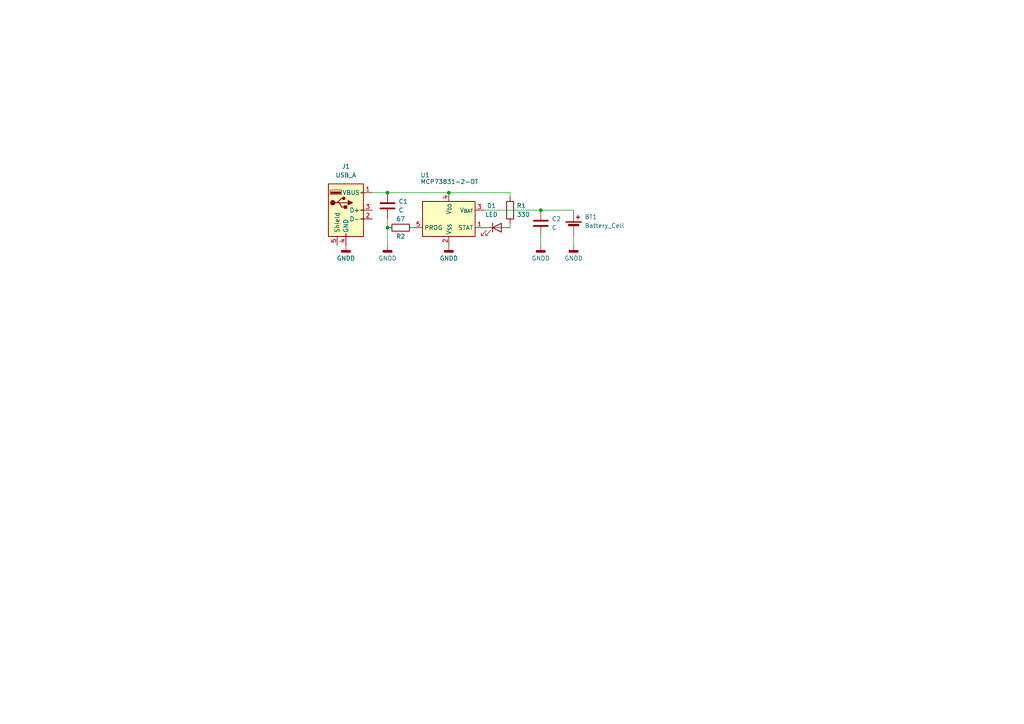
<source format=kicad_sch>
(kicad_sch (version 20230121) (generator eeschema)
  (paper "A4")
  (lib_symbols
    (symbol "Battery_Management:MCP73831-2-OT"
      (property "Reference" "U" (at -7.62 6.35 0))
      (property "Value" "MCP73831-2-OT" (at 1.27 6.35 0))
      (symbol "MCP73831-2-OT_0_1"
        (rectangle (start -7.62 5.08) (end 7.62 -5.08) (stroke (width 0.254)) (fill (type background)))
      )
      (symbol "MCP73831-2-OT_1_1"
        (pin tri_state line (at 10.16 -2.54 180) (length 2.54) (name "STAT") (number "1"))
        (pin power_in line (at 0 -7.62 90) (length 2.54) (name "V_{SS}") (number "2"))
        (pin power_out line (at 10.16 2.54 180) (length 2.54) (name "V_{BAT}") (number "3"))
        (pin power_in line (at 0 7.62 270) (length 2.54) (name "V_{DD}") (number "4"))
        (pin input line (at -10.16 -2.54 0) (length 2.54) (name "PROG") (number "5"))
      )
    )
    (symbol "Connector:USB_A" (pin_names (offset 1.016))
      (property "Reference" "J" (at -5.08 11.43 0))
      (property "Value" "USB_A" (at -5.08 8.89 0))
      (symbol "USB_A_0_1"
        (rectangle (start -5.08 -7.62) (end 5.08 7.62) (stroke (width 0.254)) (fill (type background)))
        (circle (center -3.81 2.159) (radius 0.635) (stroke (width 0.254)) (fill (type outline)))
        (rectangle (start -1.524 4.826) (end -4.318 5.334) (fill (type outline)))
        (rectangle (start -1.27 4.572) (end -4.572 5.842))
        (circle (center -0.635 3.429) (radius 0.381) (stroke (width 0.254)) (fill (type outline)))
        (rectangle (start -0.127 -7.62) (end 0.127 -6.858))
        (polyline (pts (xy -3.175 2.159) (xy -2.54 2.159) (xy -1.27 3.429) (xy -0.635 3.429)) (stroke (width 0.254)))
        (polyline (pts (xy -2.54 2.159) (xy -1.905 2.159) (xy -1.27 0.889) (xy 0 0.889)) (stroke (width 0.254)))
        (polyline (pts (xy 0.635 2.794) (xy 0.635 1.524) (xy 1.905 2.159) (xy 0.635 2.794)) (stroke (width 0.254)) (fill (type outline)))
        (rectangle (start 0.254 1.27) (end -0.508 0.508) (stroke (width 0.254)) (fill (type outline)))
        (rectangle (start 5.08 -2.667) (end 4.318 -2.413))
        (rectangle (start 5.08 -0.127) (end 4.318 0.127))
        (rectangle (start 5.08 4.953) (end 4.318 5.207))
      )
      (symbol "USB_A_1_1"
        (polyline (pts (xy -1.905 2.159) (xy 0.635 2.159)) (stroke (width 0.254)))
        (pin power_in line (at 7.62 5.08 180) (length 2.54) (name "VBUS") (number "1"))
        (pin bidirectional line (at 7.62 -2.54 180) (length 2.54) (name "D-") (number "2"))
        (pin bidirectional line (at 7.62 0 180) (length 2.54) (name "D+") (number "3"))
        (pin power_in line (at 0 -10.16 90) (length 2.54) (name "GND") (number "4"))
        (pin passive line (at -2.54 -10.16 90) (length 2.54) (name "Shield") (number "5"))
      )
    )
    (symbol "Device:Battery_Cell" (pin_numbers hide) (pin_names (offset 0) hide)
      (property "Reference" "BT" (at 2.54 2.54 0))
      (property "Value" "Battery_Cell" (at 2.54 0 0))
      (symbol "Battery_Cell_0_1"
        (rectangle (start -2.286 1.778) (end 2.286 1.524) (fill (type outline)))
        (rectangle (start -1.524 1.016) (end 1.524 0.508) (fill (type outline)))
        (polyline (pts (xy 0 0.762) (xy 0 0)))
        (polyline (pts (xy 0 1.778) (xy 0 2.54)))
        (polyline (pts (xy 0.762 3.048) (xy 1.778 3.048)) (stroke (width 0.254)))
        (polyline (pts (xy 1.27 3.556) (xy 1.27 2.54)) (stroke (width 0.254)))
      )
      (symbol "Battery_Cell_1_1"
        (pin passive line (at 0 5.08 270) (length 2.54) (name "+") (number "1"))
        (pin passive line (at 0 -2.54 90) (length 2.54) (name "-") (number "2"))
      )
    )
    (symbol "Device:C" (pin_numbers hide) (pin_names (offset 0.254))
      (property "Reference" "C" (at 0.635 2.54 0))
      (property "Value" "C" (at 0.635 -2.54 0))
      (symbol "C_0_1"
        (polyline (pts (xy -2.032 -0.762) (xy 2.032 -0.762)) (stroke (width 0.508)))
        (polyline (pts (xy -2.032 0.762) (xy 2.032 0.762)) (stroke (width 0.508)))
      )
      (symbol "C_1_1"
        (pin passive line (at 0 3.81 270) (length 2.794) (name "~") (number "1"))
        (pin passive line (at 0 -3.81 90) (length 2.794) (name "~") (number "2"))
      )
    )
    (symbol "Device:LED" (pin_numbers hide) (pin_names (offset 1.016) hide)
      (property "Reference" "D" (at 0 2.54 0))
      (property "Value" "LED" (at 0 -2.54 0))
      (symbol "LED_0_1"
        (polyline (pts (xy -1.27 -1.27) (xy -1.27 1.27)) (stroke (width 0.254)))
        (polyline (pts (xy -1.27 0) (xy 1.27 0)))
        (polyline (pts (xy 1.27 -1.27) (xy 1.27 1.27) (xy -1.27 0) (xy 1.27 -1.27)) (stroke (width 0.254)))
        (polyline (pts (xy -3.048 -0.762) (xy -4.572 -2.286) (xy -3.81 -2.286) (xy -4.572 -2.286) (xy -4.572 -1.524)))
        (polyline (pts (xy -1.778 -0.762) (xy -3.302 -2.286) (xy -2.54 -2.286) (xy -3.302 -2.286) (xy -3.302 -1.524)))
      )
      (symbol "LED_1_1"
        (pin passive line (at -3.81 0 0) (length 2.54) (name "K") (number "1"))
        (pin passive line (at 3.81 0 180) (length 2.54) (name "A") (number "2"))
      )
    )
    (symbol "Device:R" (pin_numbers hide) (pin_names (offset 0))
      (property "Reference" "R" (at 2.032 0 90))
      (property "Value" "R" (at 0 0 90))
      (symbol "R_0_1"
        (rectangle (start -1.016 -2.54) (end 1.016 2.54) (stroke (width 0.254)))
      )
      (symbol "R_1_1"
        (pin passive line (at 0 3.81 270) (length 1.27) (name "~") (number "1"))
        (pin passive line (at 0 -3.81 90) (length 1.27) (name "~") (number "2"))
      )
    )
    (symbol "power:GNDD" (power) (pin_names (offset 0))
      (property "Value" "GNDD" (at 0 -3.175 0))
      (symbol "GNDD_0_1"
        (rectangle (start -1.27 -1.524) (end 1.27 -2.032) (stroke (width 0.254)) (fill (type outline)))
        (polyline (pts (xy 0 0) (xy 0 -1.524)))
      )
      (symbol "GNDD_1_1"
        (pin power_in line (at 0 0 270) (length 0) hide (name "GNDD") (number "1"))
      )
    )
  )
  (junction (at 112.395 55.88))
  (junction (at 156.845 60.96))
  (junction (at 130.175 55.88))
  (junction (at 112.395 66.04))
  (wire (pts (xy 112.395 63.5) (xy 112.395 66.04)))
  (wire (pts (xy 112.395 55.88) (xy 130.175 55.88)))
  (wire (pts (xy 147.955 57.15) (xy 147.955 55.88)))
  (wire (pts (xy 156.845 60.96) (xy 166.37 60.96)))
  (wire (pts (xy 140.335 60.96) (xy 156.845 60.96)))
  (wire (pts (xy 156.845 71.12) (xy 156.845 68.58)))
  (wire (pts (xy 166.37 71.12) (xy 166.37 68.58)))
  (wire (pts (xy 112.395 66.04) (xy 112.395 71.12)))
  (wire (pts (xy 107.95 55.88) (xy 112.395 55.88)))
  (wire (pts (xy 147.955 64.77) (xy 147.955 66.04)))
  (wire (pts (xy 147.955 55.88) (xy 130.175 55.88)))
  (symbol (lib_id "Device:R") (at 116.205 66.04 90) (unit 1)
    (property "Reference" "R2" (at 116.205 68.58 90))
    (property "Value" "67" (at 116.205 63.5 90))
    (property "Footprint" "Resistor_SMD:R_0805_2012Metric" (effects hide))
  )
  (symbol (lib_id "Battery_Management:MCP73831-2-OT") (at 130.175 63.5 0) (unit 1)
    (property "Reference" "U1" (at 121.92 50.8 0) (effects (justify left)))
    (property "Value" "MCP73831-2-OT" (at 121.92 52.705 0) (effects (justify left)))
    (property "Footprint" "Package_TO_SOT_SMD:SOT-23-5" (effects hide))
    (property "Datasheet" "http://ww1.microchip.com/downloads/en/DeviceDoc/20001984g.pdf" (effects hide))
  )
  (symbol (lib_id "Device:R") (at 147.955 60.96 0) (unit 1)
    (property "Reference" "R1" (at 149.86 59.69 0) (effects (justify left)))
    (property "Value" "330" (at 149.86 62.23 0) (effects (justify left)))
    (property "Footprint" "Resistor_SMD:R_0805_2012Metric" (effects hide))
  )
  (symbol (lib_id "Device:C") (at 156.845 64.77 0) (unit 1)
    (property "Reference" "C2" (at 160.02 63.5 0) (effects (justify left)))
    (property "Value" "C" (at 160.02 66.04 0) (effects (justify left)))
    (property "Footprint" "Capacitor_SMD:C_0805_2012Metric" (effects hide))
  )
  (symbol (lib_id "power:GNDD") (at 100.33 71.12 0) (unit 1)
    (property "Reference" "#PWR01" (effects hide))
    (property "Value" "GNDD" (at 100.33 74.93 0))
  )
  (symbol (lib_id "Device:LED") (at 144.145 66.04 0) (unit 1)
    (property "Reference" "D1" (at 142.5575 59.69 0))
    (property "Value" "LED" (at 142.5575 62.23 0))
    (property "Footprint" "LED_SMD:LED_0805_2012Metric" (effects hide))
  )
  (symbol (lib_id "power:GNDD") (at 112.395 71.12 0) (unit 1)
    (property "Reference" "#PWR02" (effects hide))
    (property "Value" "GNDD" (at 112.395 74.93 0))
  )
  (symbol (lib_id "power:GNDD") (at 166.37 71.12 0) (unit 1)
    (property "Reference" "#PWR05" (effects hide))
    (property "Value" "GNDD" (at 166.37 74.93 0))
  )
  (symbol (lib_id "Connector:USB_A") (at 100.33 60.96 0) (unit 1)
    (property "Reference" "J1" (at 100.33 48.26 0))
    (property "Value" "USB_A" (at 100.33 50.8 0))
    (property "Footprint" "MY:USB_A_SMT_MALE_PCB" (effects hide))
    (property "Datasheet" " ~" (effects hide))
  )
  (symbol (lib_id "power:GNDD") (at 156.845 71.12 0) (unit 1)
    (property "Reference" "#PWR04" (effects hide))
    (property "Value" "GNDD" (at 156.845 74.93 0))
  )
  (symbol (lib_id "power:GNDD") (at 130.175 71.12 0) (unit 1)
    (property "Reference" "#PWR03" (effects hide))
    (property "Value" "GNDD" (at 130.175 74.93 0))
  )
  (symbol (lib_id "Device:C") (at 112.395 59.69 0) (unit 1)
    (property "Reference" "C1" (at 115.57 58.42 0) (effects (justify left)))
    (property "Value" "C" (at 115.57 60.96 0) (effects (justify left)))
    (property "Footprint" "Capacitor_SMD:C_0805_2012Metric" (effects hide))
  )
  (symbol (lib_id "Device:Battery_Cell") (at 166.37 66.04 0) (unit 1)
    (property "Reference" "BT1" (at 169.545 62.9285 0) (effects (justify left)))
    (property "Value" "Battery_Cell" (at 169.545 65.4685 0) (effects (justify left)))
    (property "Footprint" "MY:BatteryHolder_1x16mm" (effects hide))
  )
)
</source>
